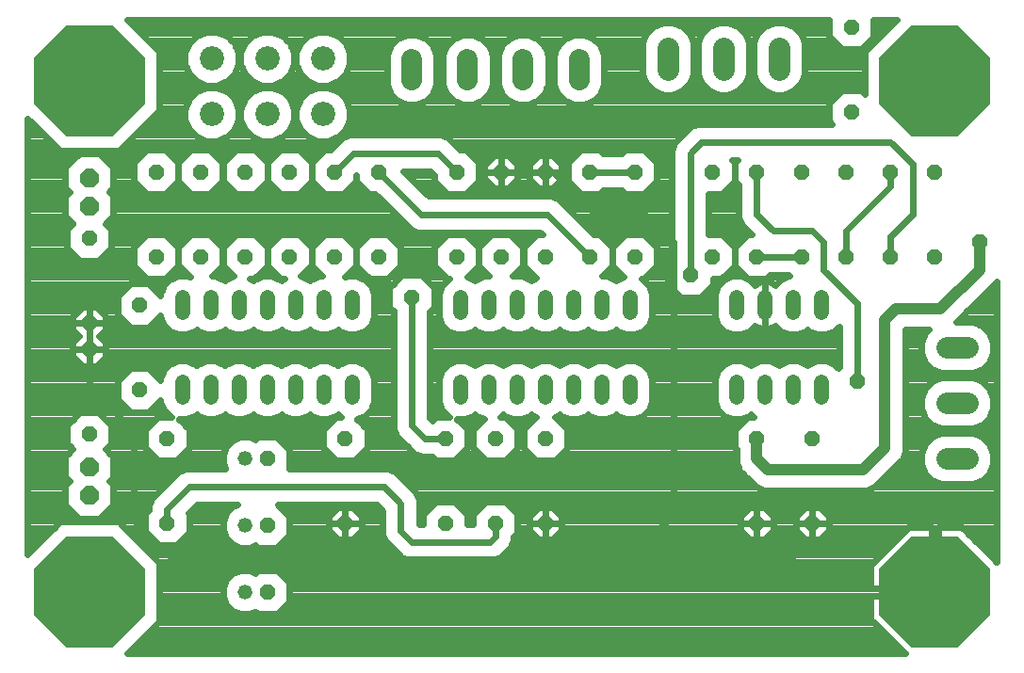
<source format=gbr>
G75*
%MOIN*%
%OFA0B0*%
%FSLAX25Y25*%
%IPPOS*%
%LPD*%
%AMOC8*
5,1,8,0,0,1.08239X$1,22.5*
%
%ADD10OC8,0.05200*%
%ADD11C,0.05200*%
%ADD12C,0.05200*%
%ADD13OC8,0.06600*%
%ADD14C,0.08600*%
%ADD15C,0.07600*%
%ADD16C,0.07200*%
%ADD17OC8,0.39370*%
%ADD18C,0.02400*%
%ADD19OC8,0.05600*%
%ADD20C,0.04000*%
D10*
X0087398Y0062003D03*
X0122894Y0061255D03*
X0150390Y0062003D03*
X0122894Y0084877D03*
X0150390Y0092003D03*
X0185823Y0092003D03*
X0203540Y0092003D03*
X0221257Y0092003D03*
X0221257Y0062003D03*
X0203540Y0062003D03*
X0185823Y0062003D03*
X0122894Y0037633D03*
X0087398Y0092003D03*
X0077556Y0109247D03*
X0059839Y0123499D03*
X0059839Y0132869D03*
X0077556Y0139247D03*
X0083461Y0156491D03*
X0099209Y0156491D03*
X0114957Y0156491D03*
X0130705Y0156491D03*
X0146453Y0156491D03*
X0162201Y0156491D03*
X0189760Y0156491D03*
X0205509Y0156491D03*
X0221257Y0156491D03*
X0237005Y0156491D03*
X0252753Y0156491D03*
X0280312Y0156491D03*
X0296060Y0156491D03*
X0311808Y0156491D03*
X0327556Y0156491D03*
X0343304Y0156491D03*
X0359052Y0156491D03*
X0359052Y0186491D03*
X0343304Y0186491D03*
X0327556Y0186491D03*
X0311808Y0186491D03*
X0296060Y0186491D03*
X0280312Y0186491D03*
X0252753Y0186491D03*
X0237005Y0186491D03*
X0221257Y0186491D03*
X0205509Y0186491D03*
X0189760Y0186491D03*
X0162201Y0186491D03*
X0146453Y0186491D03*
X0130705Y0186491D03*
X0114957Y0186491D03*
X0099209Y0186491D03*
X0083461Y0186491D03*
X0059839Y0162869D03*
X0059839Y0093499D03*
X0296060Y0092003D03*
X0315745Y0092003D03*
X0315745Y0062003D03*
X0296060Y0062003D03*
X0329524Y0207672D03*
X0329524Y0237672D03*
D11*
X0114894Y0084877D03*
X0114894Y0061255D03*
X0114894Y0037633D03*
D12*
X0112831Y0106647D02*
X0112831Y0111847D01*
X0102831Y0111847D02*
X0102831Y0106647D01*
X0092831Y0106647D02*
X0092831Y0111847D01*
X0122831Y0111847D02*
X0122831Y0106647D01*
X0132831Y0106647D02*
X0132831Y0111847D01*
X0142831Y0111847D02*
X0142831Y0106647D01*
X0152831Y0106647D02*
X0152831Y0111847D01*
X0152831Y0136647D02*
X0152831Y0141847D01*
X0142831Y0141847D02*
X0142831Y0136647D01*
X0132831Y0136647D02*
X0132831Y0141847D01*
X0122831Y0141847D02*
X0122831Y0136647D01*
X0112831Y0136647D02*
X0112831Y0141847D01*
X0102831Y0141847D02*
X0102831Y0136647D01*
X0092831Y0136647D02*
X0092831Y0141847D01*
X0191257Y0141847D02*
X0191257Y0136647D01*
X0201257Y0136647D02*
X0201257Y0141847D01*
X0211257Y0141847D02*
X0211257Y0136647D01*
X0221257Y0136647D02*
X0221257Y0141847D01*
X0231257Y0141847D02*
X0231257Y0136647D01*
X0241257Y0136647D02*
X0241257Y0141847D01*
X0251257Y0141847D02*
X0251257Y0136647D01*
X0251257Y0111847D02*
X0251257Y0106647D01*
X0241257Y0106647D02*
X0241257Y0111847D01*
X0231257Y0111847D02*
X0231257Y0106647D01*
X0221257Y0106647D02*
X0221257Y0111847D01*
X0211257Y0111847D02*
X0211257Y0106647D01*
X0201257Y0106647D02*
X0201257Y0111847D01*
X0191257Y0111847D02*
X0191257Y0106647D01*
X0288934Y0106647D02*
X0288934Y0111847D01*
X0298934Y0111847D02*
X0298934Y0106647D01*
X0308934Y0106647D02*
X0308934Y0111847D01*
X0318934Y0111847D02*
X0318934Y0106647D01*
X0318934Y0136647D02*
X0318934Y0141847D01*
X0308934Y0141847D02*
X0308934Y0136647D01*
X0298934Y0136647D02*
X0298934Y0141847D01*
X0288934Y0141847D02*
X0288934Y0136647D01*
D13*
X0059839Y0174365D03*
X0059839Y0184365D03*
X0059839Y0082003D03*
X0059839Y0072003D03*
D14*
X0103146Y0206924D03*
X0122831Y0206924D03*
X0142516Y0206924D03*
X0142516Y0226609D03*
X0122831Y0226609D03*
X0103146Y0226609D03*
D15*
X0264564Y0230409D02*
X0264564Y0222809D01*
X0284249Y0222809D02*
X0284249Y0230409D01*
X0303934Y0230409D02*
X0303934Y0222809D01*
X0363126Y0124247D02*
X0370726Y0124247D01*
X0370726Y0104562D02*
X0363126Y0104562D01*
X0363126Y0084877D02*
X0370726Y0084877D01*
D16*
X0233140Y0219072D02*
X0233140Y0226272D01*
X0213340Y0226272D02*
X0213340Y0219072D01*
X0193740Y0219072D02*
X0193740Y0226272D01*
X0173940Y0226272D02*
X0173940Y0219072D01*
D17*
X0059839Y0037633D03*
X0059839Y0218735D03*
X0359052Y0218735D03*
X0359052Y0037633D03*
D18*
X0357852Y0036458D02*
X0130694Y0036458D01*
X0130694Y0034402D02*
X0126125Y0029833D01*
X0119663Y0029833D01*
X0118721Y0030775D01*
X0116446Y0029833D01*
X0113343Y0029833D01*
X0110476Y0031021D01*
X0108282Y0033215D01*
X0107094Y0036082D01*
X0107094Y0039185D01*
X0108282Y0042051D01*
X0110476Y0044246D01*
X0113343Y0045433D01*
X0116446Y0045433D01*
X0118721Y0044491D01*
X0119663Y0045433D01*
X0126125Y0045433D01*
X0130694Y0040864D01*
X0130694Y0034402D01*
X0130351Y0034059D02*
X0336167Y0034059D01*
X0336167Y0036433D02*
X0336167Y0028154D01*
X0348447Y0015874D01*
X0073273Y0015874D01*
X0084724Y0027325D01*
X0084724Y0047941D01*
X0070147Y0062518D01*
X0049532Y0062518D01*
X0038080Y0051067D01*
X0038080Y0205302D01*
X0049532Y0193850D01*
X0070147Y0193850D01*
X0084724Y0208428D01*
X0084724Y0229043D01*
X0073273Y0240494D01*
X0321724Y0240494D01*
X0321724Y0234442D01*
X0326293Y0229872D01*
X0332755Y0229872D01*
X0337324Y0234442D01*
X0337324Y0240494D01*
X0345618Y0240494D01*
X0334167Y0229043D01*
X0334167Y0214061D01*
X0332755Y0215472D01*
X0326293Y0215472D01*
X0321724Y0210903D01*
X0321724Y0204442D01*
X0322684Y0203482D01*
X0275102Y0203482D01*
X0272749Y0202508D01*
X0268812Y0198571D01*
X0267012Y0196770D01*
X0266038Y0194418D01*
X0266038Y0154751D01*
X0264438Y0153151D01*
X0264438Y0146524D01*
X0269124Y0141838D01*
X0275751Y0141838D01*
X0280438Y0146524D01*
X0280438Y0148691D01*
X0283543Y0148691D01*
X0288112Y0153260D01*
X0288112Y0159722D01*
X0283543Y0164291D01*
X0278838Y0164291D01*
X0278838Y0178691D01*
X0283543Y0178691D01*
X0288112Y0183260D01*
X0288112Y0189722D01*
X0287152Y0190682D01*
X0289219Y0190682D01*
X0288260Y0189722D01*
X0288260Y0183260D01*
X0289660Y0181860D01*
X0289660Y0170218D01*
X0290634Y0167866D01*
X0292434Y0166066D01*
X0294209Y0164291D01*
X0292829Y0164291D01*
X0288260Y0159722D01*
X0288260Y0153260D01*
X0292829Y0148691D01*
X0299291Y0148691D01*
X0300691Y0150091D01*
X0307177Y0150091D01*
X0307621Y0149647D01*
X0307382Y0149647D01*
X0304515Y0148460D01*
X0302489Y0146433D01*
X0301974Y0146808D01*
X0301160Y0147222D01*
X0300292Y0147504D01*
X0299390Y0147647D01*
X0298934Y0147647D01*
X0298934Y0139247D01*
X0298934Y0130847D01*
X0299390Y0130847D01*
X0300292Y0130990D01*
X0301160Y0131272D01*
X0301974Y0131687D01*
X0302489Y0132061D01*
X0304515Y0130035D01*
X0307382Y0128847D01*
X0310485Y0128847D01*
X0313352Y0130035D01*
X0313934Y0130616D01*
X0314515Y0130035D01*
X0317382Y0128847D01*
X0320485Y0128847D01*
X0323352Y0130035D01*
X0325093Y0131775D01*
X0325093Y0117350D01*
X0324777Y0117034D01*
X0323352Y0118460D01*
X0320485Y0119647D01*
X0317382Y0119647D01*
X0314515Y0118460D01*
X0313934Y0117878D01*
X0313352Y0118460D01*
X0310485Y0119647D01*
X0307382Y0119647D01*
X0304515Y0118460D01*
X0303934Y0117878D01*
X0303352Y0118460D01*
X0300485Y0119647D01*
X0297382Y0119647D01*
X0294515Y0118460D01*
X0293934Y0117878D01*
X0293352Y0118460D01*
X0290485Y0119647D01*
X0287382Y0119647D01*
X0284515Y0118460D01*
X0282321Y0116266D01*
X0281134Y0113399D01*
X0281134Y0105096D01*
X0282321Y0102229D01*
X0284515Y0100035D01*
X0287382Y0098847D01*
X0290485Y0098847D01*
X0293352Y0100035D01*
X0293934Y0100616D01*
X0294515Y0100035D01*
X0295074Y0099803D01*
X0292829Y0099803D01*
X0288260Y0095234D01*
X0288260Y0088772D01*
X0288860Y0088172D01*
X0288860Y0083445D01*
X0289956Y0080799D01*
X0291981Y0078773D01*
X0295918Y0074836D01*
X0298565Y0073740D01*
X0334893Y0073740D01*
X0337540Y0074836D01*
X0339565Y0076862D01*
X0347439Y0084736D01*
X0348535Y0087382D01*
X0348535Y0130827D01*
X0356977Y0130827D01*
X0355496Y0129345D01*
X0354126Y0126037D01*
X0354126Y0122457D01*
X0355496Y0119149D01*
X0358028Y0116617D01*
X0361336Y0115247D01*
X0372516Y0115247D01*
X0375824Y0116617D01*
X0378356Y0119149D01*
X0379726Y0122457D01*
X0379726Y0126037D01*
X0378356Y0129345D01*
X0375824Y0131877D01*
X0372516Y0133247D01*
X0366423Y0133247D01*
X0367124Y0133948D01*
X0380811Y0147635D01*
X0380811Y0048238D01*
X0368531Y0060518D01*
X0360252Y0060518D01*
X0360252Y0038833D01*
X0357852Y0038833D01*
X0357852Y0060518D01*
X0349573Y0060518D01*
X0336167Y0047112D01*
X0336167Y0038833D01*
X0357852Y0038833D01*
X0357852Y0036433D01*
X0336167Y0036433D01*
X0336167Y0038856D02*
X0130694Y0038856D01*
X0130304Y0041255D02*
X0336167Y0041255D01*
X0336167Y0043653D02*
X0127905Y0043653D01*
X0126125Y0053455D02*
X0119663Y0053455D01*
X0118721Y0054398D01*
X0116446Y0053455D01*
X0113343Y0053455D01*
X0110476Y0054643D01*
X0108282Y0056837D01*
X0107094Y0059704D01*
X0107094Y0062807D01*
X0108282Y0065673D01*
X0110476Y0067868D01*
X0112328Y0068635D01*
X0097923Y0068635D01*
X0094860Y0065572D01*
X0095198Y0065234D01*
X0095198Y0058772D01*
X0090629Y0054203D01*
X0084167Y0054203D01*
X0079598Y0058772D01*
X0079598Y0065234D01*
X0080998Y0066634D01*
X0080998Y0068434D01*
X0081973Y0070786D01*
X0083773Y0072586D01*
X0091647Y0080460D01*
X0093999Y0081435D01*
X0107878Y0081435D01*
X0107094Y0083326D01*
X0107094Y0086429D01*
X0108282Y0089296D01*
X0110476Y0091490D01*
X0113343Y0092677D01*
X0116446Y0092677D01*
X0118721Y0091735D01*
X0119663Y0092677D01*
X0126125Y0092677D01*
X0130694Y0088108D01*
X0130694Y0081646D01*
X0130483Y0081435D01*
X0165443Y0081435D01*
X0167795Y0080460D01*
X0169596Y0078660D01*
X0175501Y0072754D01*
X0176475Y0070402D01*
X0176475Y0061938D01*
X0176663Y0061750D01*
X0178023Y0061750D01*
X0178023Y0065234D01*
X0182593Y0069803D01*
X0189054Y0069803D01*
X0193623Y0065234D01*
X0193623Y0061750D01*
X0195740Y0061750D01*
X0195740Y0065234D01*
X0200309Y0069803D01*
X0206771Y0069803D01*
X0211340Y0065234D01*
X0211340Y0058772D01*
X0209940Y0057372D01*
X0209940Y0056045D01*
X0208966Y0053693D01*
X0206997Y0051724D01*
X0205197Y0049924D01*
X0202845Y0048950D01*
X0172739Y0048950D01*
X0170387Y0049924D01*
X0166450Y0053861D01*
X0164650Y0055661D01*
X0163675Y0058014D01*
X0163675Y0066478D01*
X0161519Y0068635D01*
X0126546Y0068635D01*
X0130694Y0064486D01*
X0130694Y0058024D01*
X0126125Y0053455D01*
X0128316Y0055646D02*
X0164665Y0055646D01*
X0163675Y0058044D02*
X0154634Y0058044D01*
X0156190Y0059601D02*
X0152793Y0056203D01*
X0150390Y0056203D01*
X0150390Y0062003D01*
X0144590Y0062003D01*
X0144590Y0059601D01*
X0147988Y0056203D01*
X0150390Y0056203D01*
X0150390Y0062003D01*
X0150390Y0062003D01*
X0144590Y0062003D01*
X0144590Y0064406D01*
X0147988Y0067803D01*
X0150390Y0067803D01*
X0150390Y0062003D01*
X0150390Y0062003D01*
X0150390Y0062003D01*
X0150390Y0055350D01*
X0144485Y0049444D01*
X0215351Y0049444D01*
X0221257Y0055350D01*
X0221257Y0062003D01*
X0221257Y0062003D01*
X0227057Y0062003D01*
X0227057Y0059601D01*
X0223659Y0056203D01*
X0221257Y0056203D01*
X0221257Y0062003D01*
X0227057Y0062003D01*
X0227057Y0064406D01*
X0223659Y0067803D01*
X0221257Y0067803D01*
X0221257Y0062003D01*
X0221256Y0062003D01*
X0215457Y0062003D01*
X0215457Y0059601D01*
X0218854Y0056203D01*
X0221256Y0056203D01*
X0221256Y0062003D01*
X0221256Y0062003D01*
X0215457Y0062003D01*
X0215457Y0064406D01*
X0218854Y0067803D01*
X0221256Y0067803D01*
X0221256Y0062003D01*
X0221257Y0062003D01*
X0221256Y0062841D02*
X0221257Y0062841D01*
X0221256Y0060443D02*
X0221257Y0060443D01*
X0221256Y0058044D02*
X0221257Y0058044D01*
X0225500Y0058044D02*
X0291816Y0058044D01*
X0290260Y0059601D02*
X0293657Y0056203D01*
X0296060Y0056203D01*
X0298462Y0056203D01*
X0301860Y0059601D01*
X0301860Y0062003D01*
X0296060Y0062003D01*
X0296060Y0062003D01*
X0296060Y0056203D01*
X0296060Y0062003D01*
X0296060Y0062003D01*
X0301860Y0062003D01*
X0301860Y0064406D01*
X0298462Y0067803D01*
X0296060Y0067803D01*
X0296060Y0062003D01*
X0296060Y0055350D01*
X0290154Y0049444D01*
X0250784Y0049444D01*
X0266532Y0065192D01*
X0266532Y0161649D01*
X0256690Y0171491D01*
X0238973Y0171491D01*
X0223973Y0186491D01*
X0221257Y0186491D01*
X0221257Y0186491D01*
X0227057Y0186491D01*
X0227057Y0184089D01*
X0223659Y0180691D01*
X0221257Y0180691D01*
X0221257Y0186491D01*
X0221256Y0186491D01*
X0215457Y0186491D01*
X0215457Y0184089D01*
X0218854Y0180691D01*
X0221256Y0180691D01*
X0221256Y0186491D01*
X0221256Y0186491D01*
X0215457Y0186491D01*
X0215457Y0188894D01*
X0218854Y0192291D01*
X0221256Y0192291D01*
X0221256Y0186491D01*
X0221257Y0186491D02*
X0205509Y0186491D01*
X0205509Y0186491D01*
X0211309Y0186491D01*
X0211309Y0184089D01*
X0207911Y0180691D01*
X0205509Y0180691D01*
X0205509Y0186491D01*
X0205508Y0186491D01*
X0199709Y0186491D01*
X0199709Y0184089D01*
X0203106Y0180691D01*
X0205508Y0180691D01*
X0205508Y0186491D01*
X0205508Y0186491D01*
X0199709Y0186491D01*
X0199709Y0188894D01*
X0203106Y0192291D01*
X0205508Y0192291D01*
X0205508Y0186491D01*
X0205509Y0186491D01*
X0211309Y0186491D01*
X0211309Y0188894D01*
X0207911Y0192291D01*
X0205509Y0192291D01*
X0205509Y0186491D01*
X0205508Y0187564D02*
X0205509Y0187564D01*
X0205508Y0189962D02*
X0205509Y0189962D01*
X0210240Y0189962D02*
X0216525Y0189962D01*
X0215457Y0187564D02*
X0211309Y0187564D01*
X0211309Y0185165D02*
X0215457Y0185165D01*
X0216779Y0182767D02*
X0209986Y0182767D01*
X0205509Y0182767D02*
X0205508Y0182767D01*
X0205508Y0185165D02*
X0205509Y0185165D01*
X0201031Y0182767D02*
X0197067Y0182767D01*
X0197560Y0183260D02*
X0192991Y0178691D01*
X0186530Y0178691D01*
X0181960Y0183260D01*
X0181960Y0185240D01*
X0180456Y0186745D01*
X0170999Y0186745D01*
X0179852Y0177891D01*
X0223278Y0177891D01*
X0225630Y0176917D01*
X0238256Y0164291D01*
X0240235Y0164291D01*
X0244805Y0159722D01*
X0244805Y0153260D01*
X0241191Y0149647D01*
X0242808Y0149647D01*
X0245675Y0148460D01*
X0246257Y0147878D01*
X0246838Y0148460D01*
X0248900Y0149314D01*
X0244953Y0153260D01*
X0244953Y0159722D01*
X0249522Y0164291D01*
X0255983Y0164291D01*
X0260553Y0159722D01*
X0260553Y0153260D01*
X0255983Y0148691D01*
X0255116Y0148691D01*
X0255675Y0148460D01*
X0257869Y0146266D01*
X0259057Y0143399D01*
X0259057Y0135096D01*
X0257869Y0132229D01*
X0255675Y0130035D01*
X0252808Y0128847D01*
X0249705Y0128847D01*
X0246838Y0130035D01*
X0246257Y0130616D01*
X0245675Y0130035D01*
X0242808Y0128847D01*
X0239705Y0128847D01*
X0236838Y0130035D01*
X0236257Y0130616D01*
X0235675Y0130035D01*
X0232808Y0128847D01*
X0229705Y0128847D01*
X0226838Y0130035D01*
X0226257Y0130616D01*
X0225675Y0130035D01*
X0222808Y0128847D01*
X0219705Y0128847D01*
X0216838Y0130035D01*
X0216257Y0130616D01*
X0215675Y0130035D01*
X0212808Y0128847D01*
X0209705Y0128847D01*
X0206838Y0130035D01*
X0206257Y0130616D01*
X0205675Y0130035D01*
X0202808Y0128847D01*
X0199705Y0128847D01*
X0196838Y0130035D01*
X0196257Y0130616D01*
X0195675Y0130035D01*
X0192808Y0128847D01*
X0189705Y0128847D01*
X0186838Y0130035D01*
X0184644Y0132229D01*
X0183457Y0135096D01*
X0183457Y0143399D01*
X0184644Y0146266D01*
X0186838Y0148460D01*
X0187397Y0148691D01*
X0186530Y0148691D01*
X0181960Y0153260D01*
X0181960Y0159722D01*
X0186530Y0164291D01*
X0192991Y0164291D01*
X0197560Y0159722D01*
X0197560Y0153260D01*
X0193614Y0149314D01*
X0195675Y0148460D01*
X0196257Y0147878D01*
X0196838Y0148460D01*
X0199705Y0149647D01*
X0201322Y0149647D01*
X0197709Y0153260D01*
X0197709Y0159722D01*
X0202278Y0164291D01*
X0208739Y0164291D01*
X0213309Y0159722D01*
X0213309Y0153260D01*
X0209688Y0149640D01*
X0209705Y0149647D01*
X0212808Y0149647D01*
X0215675Y0148460D01*
X0216257Y0147878D01*
X0216838Y0148460D01*
X0217842Y0148875D01*
X0213457Y0153260D01*
X0213457Y0159722D01*
X0218026Y0164291D01*
X0220154Y0164291D01*
X0219354Y0165091D01*
X0175928Y0165091D01*
X0173576Y0166066D01*
X0171776Y0167866D01*
X0171776Y0167866D01*
X0160950Y0178691D01*
X0158971Y0178691D01*
X0154401Y0183260D01*
X0154401Y0185388D01*
X0154253Y0185240D01*
X0154253Y0183260D01*
X0149684Y0178691D01*
X0143223Y0178691D01*
X0138653Y0183260D01*
X0138653Y0189722D01*
X0143223Y0194291D01*
X0145202Y0194291D01*
X0147681Y0196770D01*
X0149482Y0198571D01*
X0151834Y0199545D01*
X0184380Y0199545D01*
X0186732Y0198571D01*
X0191011Y0194291D01*
X0192991Y0194291D01*
X0197560Y0189722D01*
X0197560Y0183260D01*
X0197560Y0185165D02*
X0199709Y0185165D01*
X0199709Y0187564D02*
X0197560Y0187564D01*
X0197320Y0189962D02*
X0200777Y0189962D01*
X0194922Y0192361D02*
X0231843Y0192361D01*
X0233774Y0194291D02*
X0229205Y0189722D01*
X0229205Y0183260D01*
X0233774Y0178691D01*
X0240235Y0178691D01*
X0241635Y0180091D01*
X0248122Y0180091D01*
X0249522Y0178691D01*
X0255983Y0178691D01*
X0260553Y0183260D01*
X0260553Y0189722D01*
X0255983Y0194291D01*
X0249522Y0194291D01*
X0248122Y0192891D01*
X0241635Y0192891D01*
X0240235Y0194291D01*
X0233774Y0194291D01*
X0229445Y0189962D02*
X0225988Y0189962D01*
X0227057Y0188894D02*
X0223659Y0192291D01*
X0221257Y0192291D01*
X0221257Y0186491D01*
X0227057Y0186491D01*
X0227057Y0188894D01*
X0227057Y0187564D02*
X0229205Y0187564D01*
X0229205Y0185165D02*
X0227057Y0185165D01*
X0225734Y0182767D02*
X0229698Y0182767D01*
X0232097Y0180368D02*
X0194668Y0180368D01*
X0189760Y0186491D02*
X0183107Y0193145D01*
X0153107Y0193145D01*
X0146453Y0186491D01*
X0141292Y0192361D02*
X0135867Y0192361D01*
X0133936Y0194291D02*
X0138505Y0189722D01*
X0138505Y0183260D01*
X0133936Y0178691D01*
X0127475Y0178691D01*
X0122905Y0183260D01*
X0122905Y0189722D01*
X0127475Y0194291D01*
X0133936Y0194291D01*
X0138265Y0189962D02*
X0138894Y0189962D01*
X0138653Y0187564D02*
X0138505Y0187564D01*
X0138505Y0185165D02*
X0138653Y0185165D01*
X0139147Y0182767D02*
X0138012Y0182767D01*
X0135613Y0180368D02*
X0141546Y0180368D01*
X0151361Y0180368D02*
X0157294Y0180368D01*
X0154895Y0182767D02*
X0153760Y0182767D01*
X0154253Y0185165D02*
X0154401Y0185165D01*
X0162201Y0186491D02*
X0177201Y0171491D01*
X0222005Y0171491D01*
X0237005Y0156491D01*
X0244805Y0156383D02*
X0244953Y0156383D01*
X0244953Y0153985D02*
X0244805Y0153985D01*
X0243130Y0151586D02*
X0246627Y0151586D01*
X0248596Y0149188D02*
X0243918Y0149188D01*
X0244805Y0158782D02*
X0244953Y0158782D01*
X0246411Y0161180D02*
X0243347Y0161180D01*
X0240948Y0163579D02*
X0248809Y0163579D01*
X0256696Y0163579D02*
X0266038Y0163579D01*
X0266038Y0165977D02*
X0236570Y0165977D01*
X0234171Y0168376D02*
X0266038Y0168376D01*
X0266038Y0170774D02*
X0231773Y0170774D01*
X0229374Y0173173D02*
X0266038Y0173173D01*
X0266038Y0175571D02*
X0226976Y0175571D01*
X0221257Y0182767D02*
X0221256Y0182767D01*
X0221256Y0185165D02*
X0221257Y0185165D01*
X0221257Y0186491D02*
X0221256Y0186491D01*
X0221256Y0187564D02*
X0221257Y0187564D01*
X0221256Y0189962D02*
X0221257Y0189962D01*
X0237005Y0186491D02*
X0252753Y0186491D01*
X0257914Y0192361D02*
X0266038Y0192361D01*
X0266038Y0189962D02*
X0260312Y0189962D01*
X0260553Y0187564D02*
X0266038Y0187564D01*
X0266038Y0185165D02*
X0260553Y0185165D01*
X0260059Y0182767D02*
X0266038Y0182767D01*
X0266038Y0180368D02*
X0257660Y0180368D01*
X0266038Y0177970D02*
X0179774Y0177970D01*
X0177375Y0180368D02*
X0184853Y0180368D01*
X0182454Y0182767D02*
X0174977Y0182767D01*
X0172578Y0185165D02*
X0181960Y0185165D01*
X0190543Y0194759D02*
X0266179Y0194759D01*
X0267400Y0197158D02*
X0188145Y0197158D01*
X0191990Y0210272D02*
X0195490Y0210272D01*
X0198725Y0211612D01*
X0201200Y0214088D01*
X0202540Y0217322D01*
X0202540Y0228023D01*
X0201200Y0231257D01*
X0198725Y0233733D01*
X0195490Y0235072D01*
X0191990Y0235072D01*
X0188755Y0233733D01*
X0186280Y0231257D01*
X0184940Y0228023D01*
X0184940Y0217322D01*
X0186280Y0214088D01*
X0188755Y0211612D01*
X0191990Y0210272D01*
X0188908Y0211549D02*
X0178772Y0211549D01*
X0178925Y0211612D02*
X0181400Y0214088D01*
X0182740Y0217322D01*
X0182740Y0228023D01*
X0181400Y0231257D01*
X0178925Y0233733D01*
X0175690Y0235072D01*
X0172190Y0235072D01*
X0168955Y0233733D01*
X0166480Y0231257D01*
X0165140Y0228023D01*
X0165140Y0217322D01*
X0166480Y0214088D01*
X0168955Y0211612D01*
X0172190Y0210272D01*
X0175690Y0210272D01*
X0178925Y0211612D01*
X0181260Y0213947D02*
X0186420Y0213947D01*
X0185344Y0216346D02*
X0182336Y0216346D01*
X0182740Y0218745D02*
X0184940Y0218745D01*
X0184940Y0221143D02*
X0182740Y0221143D01*
X0182740Y0223542D02*
X0184940Y0223542D01*
X0184940Y0225940D02*
X0182740Y0225940D01*
X0182609Y0228339D02*
X0185071Y0228339D01*
X0186064Y0230737D02*
X0181616Y0230737D01*
X0179522Y0233136D02*
X0188158Y0233136D01*
X0199322Y0233136D02*
X0207758Y0233136D01*
X0208355Y0233733D02*
X0205880Y0231257D01*
X0204540Y0228023D01*
X0204540Y0217322D01*
X0205880Y0214088D01*
X0208355Y0211612D01*
X0211590Y0210272D01*
X0215090Y0210272D01*
X0218325Y0211612D01*
X0220800Y0214088D01*
X0222140Y0217322D01*
X0222140Y0228023D01*
X0220800Y0231257D01*
X0218325Y0233733D01*
X0215090Y0235072D01*
X0211590Y0235072D01*
X0208355Y0233733D01*
X0205664Y0230737D02*
X0201416Y0230737D01*
X0202409Y0228339D02*
X0204671Y0228339D01*
X0204540Y0225940D02*
X0202540Y0225940D01*
X0202540Y0223542D02*
X0204540Y0223542D01*
X0204540Y0221143D02*
X0202540Y0221143D01*
X0202540Y0218745D02*
X0204540Y0218745D01*
X0204944Y0216346D02*
X0202136Y0216346D01*
X0201060Y0213947D02*
X0206020Y0213947D01*
X0208508Y0211549D02*
X0198572Y0211549D01*
X0218172Y0211549D02*
X0228308Y0211549D01*
X0228155Y0211612D02*
X0231390Y0210272D01*
X0234890Y0210272D01*
X0238125Y0211612D01*
X0240600Y0214088D01*
X0241940Y0217322D01*
X0241940Y0228023D01*
X0240600Y0231257D01*
X0238125Y0233733D01*
X0234890Y0235072D01*
X0231390Y0235072D01*
X0228155Y0233733D01*
X0225680Y0231257D01*
X0224340Y0228023D01*
X0224340Y0217322D01*
X0225680Y0214088D01*
X0228155Y0211612D01*
X0225820Y0213947D02*
X0220660Y0213947D01*
X0221736Y0216346D02*
X0224744Y0216346D01*
X0224340Y0218745D02*
X0222140Y0218745D01*
X0222140Y0221143D02*
X0224340Y0221143D01*
X0224340Y0223542D02*
X0222140Y0223542D01*
X0222140Y0225940D02*
X0224340Y0225940D01*
X0224471Y0228339D02*
X0222009Y0228339D01*
X0221016Y0230737D02*
X0225464Y0230737D01*
X0227558Y0233136D02*
X0218922Y0233136D01*
X0238722Y0233136D02*
X0255951Y0233136D01*
X0255564Y0232200D02*
X0255564Y0221019D01*
X0256934Y0217711D01*
X0259466Y0215180D01*
X0262773Y0213809D01*
X0266354Y0213809D01*
X0269662Y0215180D01*
X0272193Y0217711D01*
X0273564Y0221019D01*
X0273564Y0232200D01*
X0272193Y0235508D01*
X0269662Y0238039D01*
X0266354Y0239409D01*
X0262773Y0239409D01*
X0259466Y0238039D01*
X0256934Y0235508D01*
X0255564Y0232200D01*
X0255564Y0230737D02*
X0240816Y0230737D01*
X0241809Y0228339D02*
X0255564Y0228339D01*
X0255564Y0225940D02*
X0241940Y0225940D01*
X0241940Y0223542D02*
X0255564Y0223542D01*
X0255564Y0221143D02*
X0241940Y0221143D01*
X0241940Y0218745D02*
X0256506Y0218745D01*
X0258299Y0216346D02*
X0241536Y0216346D01*
X0240460Y0213947D02*
X0262440Y0213947D01*
X0266687Y0213947D02*
X0282125Y0213947D01*
X0282458Y0213809D02*
X0286039Y0213809D01*
X0289347Y0215180D01*
X0291879Y0217711D01*
X0293249Y0221019D01*
X0293249Y0232200D01*
X0291879Y0235508D01*
X0289347Y0238039D01*
X0286039Y0239409D01*
X0282458Y0239409D01*
X0279151Y0238039D01*
X0276619Y0235508D01*
X0275249Y0232200D01*
X0275249Y0221019D01*
X0276619Y0217711D01*
X0279151Y0215180D01*
X0282458Y0213809D01*
X0286372Y0213947D02*
X0301810Y0213947D01*
X0302144Y0213809D02*
X0305724Y0213809D01*
X0309032Y0215180D01*
X0311564Y0217711D01*
X0312934Y0221019D01*
X0312934Y0232200D01*
X0311564Y0235508D01*
X0309032Y0238039D01*
X0305724Y0239409D01*
X0302144Y0239409D01*
X0298836Y0238039D01*
X0296304Y0235508D01*
X0294934Y0232200D01*
X0294934Y0221019D01*
X0296304Y0217711D01*
X0298836Y0215180D01*
X0302144Y0213809D01*
X0306057Y0213947D02*
X0324768Y0213947D01*
X0322370Y0211549D02*
X0237972Y0211549D01*
X0269798Y0199556D02*
X0148583Y0199556D01*
X0147898Y0198871D02*
X0150570Y0201543D01*
X0152016Y0205035D01*
X0152016Y0208814D01*
X0150570Y0212306D01*
X0147898Y0214978D01*
X0144406Y0216424D01*
X0140627Y0216424D01*
X0137135Y0214978D01*
X0134463Y0212306D01*
X0133016Y0208814D01*
X0133016Y0205035D01*
X0134463Y0201543D01*
X0137135Y0198871D01*
X0140627Y0197424D01*
X0144406Y0197424D01*
X0147898Y0198871D01*
X0148069Y0197158D02*
X0073454Y0197158D01*
X0071056Y0194759D02*
X0145670Y0194759D01*
X0136449Y0199556D02*
X0128898Y0199556D01*
X0128213Y0198871D02*
X0130885Y0201543D01*
X0132331Y0205035D01*
X0132331Y0208814D01*
X0130885Y0212306D01*
X0128213Y0214978D01*
X0124721Y0216424D01*
X0120942Y0216424D01*
X0117450Y0214978D01*
X0114778Y0212306D01*
X0113331Y0208814D01*
X0113331Y0205035D01*
X0114778Y0201543D01*
X0117450Y0198871D01*
X0120942Y0197424D01*
X0124721Y0197424D01*
X0128213Y0198871D01*
X0131056Y0201955D02*
X0134292Y0201955D01*
X0133299Y0204353D02*
X0132049Y0204353D01*
X0132331Y0206752D02*
X0133016Y0206752D01*
X0133156Y0209150D02*
X0132192Y0209150D01*
X0131199Y0211549D02*
X0134149Y0211549D01*
X0136104Y0213947D02*
X0129243Y0213947D01*
X0128213Y0218556D02*
X0124721Y0217109D01*
X0120942Y0217109D01*
X0117450Y0218556D01*
X0114778Y0221228D01*
X0113331Y0224720D01*
X0113331Y0228499D01*
X0114778Y0231991D01*
X0117450Y0234663D01*
X0120942Y0236109D01*
X0124721Y0236109D01*
X0128213Y0234663D01*
X0130885Y0231991D01*
X0132331Y0228499D01*
X0132331Y0224720D01*
X0130885Y0221228D01*
X0128213Y0218556D01*
X0128401Y0218745D02*
X0136946Y0218745D01*
X0137135Y0218556D02*
X0140627Y0217109D01*
X0144406Y0217109D01*
X0147898Y0218556D01*
X0150570Y0221228D01*
X0152016Y0224720D01*
X0152016Y0228499D01*
X0150570Y0231991D01*
X0147898Y0234663D01*
X0144406Y0236109D01*
X0140627Y0236109D01*
X0137135Y0234663D01*
X0134463Y0231991D01*
X0133016Y0228499D01*
X0133016Y0224720D01*
X0134463Y0221228D01*
X0137135Y0218556D01*
X0134548Y0221143D02*
X0130800Y0221143D01*
X0131843Y0223542D02*
X0133504Y0223542D01*
X0133016Y0225940D02*
X0132331Y0225940D01*
X0132331Y0228339D02*
X0133016Y0228339D01*
X0133943Y0230737D02*
X0131404Y0230737D01*
X0129740Y0233136D02*
X0135607Y0233136D01*
X0139238Y0235534D02*
X0126110Y0235534D01*
X0119553Y0235534D02*
X0106425Y0235534D01*
X0105036Y0236109D02*
X0108528Y0234663D01*
X0111200Y0231991D01*
X0112646Y0228499D01*
X0112646Y0224720D01*
X0111200Y0221228D01*
X0108528Y0218556D01*
X0105036Y0217109D01*
X0101257Y0217109D01*
X0097765Y0218556D01*
X0095093Y0221228D01*
X0093646Y0224720D01*
X0093646Y0228499D01*
X0095093Y0231991D01*
X0097765Y0234663D01*
X0101257Y0236109D01*
X0105036Y0236109D01*
X0099868Y0235534D02*
X0078233Y0235534D01*
X0075835Y0237933D02*
X0259359Y0237933D01*
X0256960Y0235534D02*
X0145795Y0235534D01*
X0149425Y0233136D02*
X0168358Y0233136D01*
X0166264Y0230737D02*
X0151089Y0230737D01*
X0152016Y0228339D02*
X0165271Y0228339D01*
X0165140Y0225940D02*
X0152016Y0225940D01*
X0151528Y0223542D02*
X0165140Y0223542D01*
X0165140Y0221143D02*
X0150485Y0221143D01*
X0148086Y0218745D02*
X0165140Y0218745D01*
X0165544Y0216346D02*
X0144595Y0216346D01*
X0140437Y0216346D02*
X0124910Y0216346D01*
X0120752Y0216346D02*
X0105225Y0216346D01*
X0105036Y0216424D02*
X0101257Y0216424D01*
X0097765Y0214978D01*
X0095093Y0212306D01*
X0093646Y0208814D01*
X0093646Y0205035D01*
X0095093Y0201543D01*
X0097765Y0198871D01*
X0101257Y0197424D01*
X0105036Y0197424D01*
X0108528Y0198871D01*
X0111200Y0201543D01*
X0112646Y0205035D01*
X0112646Y0208814D01*
X0111200Y0212306D01*
X0108528Y0214978D01*
X0105036Y0216424D01*
X0101067Y0216346D02*
X0084724Y0216346D01*
X0084724Y0218745D02*
X0097576Y0218745D01*
X0095178Y0221143D02*
X0084724Y0221143D01*
X0084724Y0223542D02*
X0094134Y0223542D01*
X0093646Y0225940D02*
X0084724Y0225940D01*
X0084724Y0228339D02*
X0093646Y0228339D01*
X0094573Y0230737D02*
X0083030Y0230737D01*
X0080632Y0233136D02*
X0096237Y0233136D01*
X0110055Y0233136D02*
X0115922Y0233136D01*
X0114258Y0230737D02*
X0111719Y0230737D01*
X0112646Y0228339D02*
X0113331Y0228339D01*
X0113331Y0225940D02*
X0112646Y0225940D01*
X0112158Y0223542D02*
X0113819Y0223542D01*
X0114863Y0221143D02*
X0111115Y0221143D01*
X0108716Y0218745D02*
X0117261Y0218745D01*
X0116419Y0213947D02*
X0109558Y0213947D01*
X0111513Y0211549D02*
X0114464Y0211549D01*
X0113471Y0209150D02*
X0112507Y0209150D01*
X0112646Y0206752D02*
X0113331Y0206752D01*
X0113614Y0204353D02*
X0112364Y0204353D01*
X0111371Y0201955D02*
X0114607Y0201955D01*
X0116764Y0199556D02*
X0109213Y0199556D01*
X0111726Y0194291D02*
X0107157Y0189722D01*
X0107157Y0183260D01*
X0111726Y0178691D01*
X0118188Y0178691D01*
X0122757Y0183260D01*
X0122757Y0189722D01*
X0118188Y0194291D01*
X0111726Y0194291D01*
X0109796Y0192361D02*
X0104371Y0192361D01*
X0102440Y0194291D02*
X0095978Y0194291D01*
X0091409Y0189722D01*
X0091409Y0183260D01*
X0095978Y0178691D01*
X0102440Y0178691D01*
X0107009Y0183260D01*
X0107009Y0189722D01*
X0102440Y0194291D01*
X0106769Y0189962D02*
X0107398Y0189962D01*
X0107157Y0187564D02*
X0107009Y0187564D01*
X0107009Y0185165D02*
X0107157Y0185165D01*
X0107651Y0182767D02*
X0106516Y0182767D01*
X0104117Y0180368D02*
X0110049Y0180368D01*
X0119865Y0180368D02*
X0125798Y0180368D01*
X0123399Y0182767D02*
X0122264Y0182767D01*
X0122757Y0185165D02*
X0122905Y0185165D01*
X0122905Y0187564D02*
X0122757Y0187564D01*
X0122517Y0189962D02*
X0123146Y0189962D01*
X0125544Y0192361D02*
X0120119Y0192361D01*
X0097079Y0199556D02*
X0075853Y0199556D01*
X0078251Y0201955D02*
X0094922Y0201955D01*
X0093929Y0204353D02*
X0080650Y0204353D01*
X0083048Y0206752D02*
X0093646Y0206752D01*
X0093786Y0209150D02*
X0084724Y0209150D01*
X0084724Y0211549D02*
X0094779Y0211549D01*
X0096734Y0213947D02*
X0084724Y0213947D01*
X0086692Y0194291D02*
X0080230Y0194291D01*
X0075661Y0189722D01*
X0075661Y0183260D01*
X0080230Y0178691D01*
X0086692Y0178691D01*
X0091261Y0183260D01*
X0091261Y0189722D01*
X0086692Y0194291D01*
X0088623Y0192361D02*
X0094048Y0192361D01*
X0091649Y0189962D02*
X0091021Y0189962D01*
X0091261Y0187564D02*
X0091409Y0187564D01*
X0091409Y0185165D02*
X0091261Y0185165D01*
X0090768Y0182767D02*
X0091903Y0182767D01*
X0094301Y0180368D02*
X0088369Y0180368D01*
X0078553Y0180368D02*
X0067863Y0180368D01*
X0068339Y0180845D02*
X0066860Y0179365D01*
X0068339Y0177886D01*
X0068339Y0170845D01*
X0065617Y0168122D01*
X0067639Y0166100D01*
X0067639Y0159638D01*
X0063070Y0155069D01*
X0056608Y0155069D01*
X0052039Y0159638D01*
X0052039Y0166100D01*
X0054061Y0168122D01*
X0051339Y0170845D01*
X0051339Y0177886D01*
X0052818Y0179365D01*
X0051339Y0180845D01*
X0051339Y0187886D01*
X0056318Y0192865D01*
X0063360Y0192865D01*
X0068339Y0187886D01*
X0068339Y0180845D01*
X0068339Y0182767D02*
X0076155Y0182767D01*
X0075661Y0185165D02*
X0068339Y0185165D01*
X0068339Y0187564D02*
X0075661Y0187564D01*
X0075901Y0189962D02*
X0066263Y0189962D01*
X0063865Y0192361D02*
X0078300Y0192361D01*
X0068256Y0177970D02*
X0161672Y0177970D01*
X0164071Y0175571D02*
X0068339Y0175571D01*
X0068339Y0173173D02*
X0166469Y0173173D01*
X0168868Y0170774D02*
X0068269Y0170774D01*
X0065870Y0168376D02*
X0171266Y0168376D01*
X0173790Y0165977D02*
X0067639Y0165977D01*
X0067639Y0163579D02*
X0079518Y0163579D01*
X0080230Y0164291D02*
X0075661Y0159722D01*
X0075661Y0153260D01*
X0080230Y0148691D01*
X0086692Y0148691D01*
X0091261Y0153260D01*
X0091261Y0159722D01*
X0086692Y0164291D01*
X0080230Y0164291D01*
X0077119Y0161180D02*
X0067639Y0161180D01*
X0066783Y0158782D02*
X0075661Y0158782D01*
X0075661Y0156383D02*
X0064384Y0156383D01*
X0055294Y0156383D02*
X0038080Y0156383D01*
X0038080Y0153985D02*
X0075661Y0153985D01*
X0077336Y0151586D02*
X0038080Y0151586D01*
X0038080Y0149188D02*
X0079734Y0149188D01*
X0080787Y0147047D02*
X0074325Y0147047D01*
X0069756Y0142478D01*
X0069756Y0136016D01*
X0074325Y0131447D01*
X0080787Y0131447D01*
X0085031Y0135692D01*
X0085031Y0135096D01*
X0086219Y0132229D01*
X0088413Y0130035D01*
X0091280Y0128847D01*
X0094383Y0128847D01*
X0097250Y0130035D01*
X0097831Y0130616D01*
X0098413Y0130035D01*
X0101280Y0128847D01*
X0104383Y0128847D01*
X0107250Y0130035D01*
X0107831Y0130616D01*
X0108413Y0130035D01*
X0111280Y0128847D01*
X0114383Y0128847D01*
X0117250Y0130035D01*
X0117831Y0130616D01*
X0118413Y0130035D01*
X0121280Y0128847D01*
X0124383Y0128847D01*
X0127250Y0130035D01*
X0127831Y0130616D01*
X0128413Y0130035D01*
X0131280Y0128847D01*
X0134383Y0128847D01*
X0137250Y0130035D01*
X0137831Y0130616D01*
X0138413Y0130035D01*
X0141280Y0128847D01*
X0144383Y0128847D01*
X0147250Y0130035D01*
X0147831Y0130616D01*
X0148413Y0130035D01*
X0151280Y0128847D01*
X0154383Y0128847D01*
X0157250Y0130035D01*
X0159444Y0132229D01*
X0160631Y0135096D01*
X0160631Y0143399D01*
X0159444Y0146266D01*
X0157250Y0148460D01*
X0154383Y0149647D01*
X0151280Y0149647D01*
X0150188Y0149195D01*
X0154253Y0153260D01*
X0154253Y0159722D01*
X0149684Y0164291D01*
X0143223Y0164291D01*
X0138653Y0159722D01*
X0138653Y0153260D01*
X0142267Y0149647D01*
X0141280Y0149647D01*
X0138413Y0148460D01*
X0137831Y0147878D01*
X0137250Y0148460D01*
X0134743Y0149498D01*
X0138505Y0153260D01*
X0138505Y0159722D01*
X0133936Y0164291D01*
X0127475Y0164291D01*
X0122905Y0159722D01*
X0122905Y0153260D01*
X0127475Y0148691D01*
X0128972Y0148691D01*
X0128413Y0148460D01*
X0127831Y0147878D01*
X0127250Y0148460D01*
X0124383Y0149647D01*
X0121280Y0149647D01*
X0118413Y0148460D01*
X0117831Y0147878D01*
X0117250Y0148460D01*
X0116691Y0148691D01*
X0118188Y0148691D01*
X0122757Y0153260D01*
X0122757Y0159722D01*
X0118188Y0164291D01*
X0111726Y0164291D01*
X0107157Y0159722D01*
X0107157Y0153260D01*
X0110920Y0149498D01*
X0108413Y0148460D01*
X0107831Y0147878D01*
X0107250Y0148460D01*
X0104383Y0149647D01*
X0103396Y0149647D01*
X0107009Y0153260D01*
X0107009Y0159722D01*
X0102440Y0164291D01*
X0095978Y0164291D01*
X0091409Y0159722D01*
X0091409Y0153260D01*
X0095475Y0149195D01*
X0094383Y0149647D01*
X0091280Y0149647D01*
X0088413Y0148460D01*
X0086219Y0146266D01*
X0085031Y0143399D01*
X0085031Y0142802D01*
X0080787Y0147047D01*
X0081045Y0146789D02*
X0086742Y0146789D01*
X0087188Y0149188D02*
X0090170Y0149188D01*
X0089587Y0151586D02*
X0093084Y0151586D01*
X0091409Y0153985D02*
X0091261Y0153985D01*
X0091261Y0156383D02*
X0091409Y0156383D01*
X0091409Y0158782D02*
X0091261Y0158782D01*
X0089803Y0161180D02*
X0092867Y0161180D01*
X0095266Y0163579D02*
X0087405Y0163579D01*
X0103153Y0163579D02*
X0111014Y0163579D01*
X0108615Y0161180D02*
X0105551Y0161180D01*
X0107009Y0158782D02*
X0107157Y0158782D01*
X0107157Y0156383D02*
X0107009Y0156383D01*
X0107009Y0153985D02*
X0107157Y0153985D01*
X0108832Y0151586D02*
X0105335Y0151586D01*
X0105492Y0149188D02*
X0110170Y0149188D01*
X0118685Y0149188D02*
X0120170Y0149188D01*
X0121083Y0151586D02*
X0124580Y0151586D01*
X0125492Y0149188D02*
X0126978Y0149188D01*
X0122905Y0153985D02*
X0122757Y0153985D01*
X0122757Y0156383D02*
X0122905Y0156383D01*
X0122905Y0158782D02*
X0122757Y0158782D01*
X0121299Y0161180D02*
X0124363Y0161180D01*
X0126762Y0163579D02*
X0118901Y0163579D01*
X0134649Y0163579D02*
X0142510Y0163579D01*
X0140111Y0161180D02*
X0137047Y0161180D01*
X0138505Y0158782D02*
X0138653Y0158782D01*
X0138653Y0156383D02*
X0138505Y0156383D01*
X0138505Y0153985D02*
X0138653Y0153985D01*
X0140328Y0151586D02*
X0136831Y0151586D01*
X0135492Y0149188D02*
X0140170Y0149188D01*
X0152579Y0151586D02*
X0156076Y0151586D01*
X0154401Y0153260D02*
X0158971Y0148691D01*
X0165432Y0148691D01*
X0170001Y0153260D01*
X0170001Y0159722D01*
X0165432Y0164291D01*
X0158971Y0164291D01*
X0154401Y0159722D01*
X0154401Y0153260D01*
X0154401Y0153985D02*
X0154253Y0153985D01*
X0154253Y0156383D02*
X0154401Y0156383D01*
X0154401Y0158782D02*
X0154253Y0158782D01*
X0152795Y0161180D02*
X0155859Y0161180D01*
X0158258Y0163579D02*
X0150397Y0163579D01*
X0166145Y0163579D02*
X0185817Y0163579D01*
X0183419Y0161180D02*
X0168543Y0161180D01*
X0170001Y0158782D02*
X0181960Y0158782D01*
X0181960Y0156383D02*
X0170001Y0156383D01*
X0170001Y0153985D02*
X0181960Y0153985D01*
X0183635Y0151586D02*
X0168327Y0151586D01*
X0170699Y0149964D02*
X0166012Y0145277D01*
X0166012Y0138650D01*
X0167612Y0137050D01*
X0167612Y0095415D01*
X0168587Y0093063D01*
X0173272Y0088378D01*
X0175072Y0086577D01*
X0177424Y0085603D01*
X0181193Y0085603D01*
X0182593Y0084203D01*
X0189054Y0084203D01*
X0193623Y0088772D01*
X0193623Y0095234D01*
X0190010Y0098847D01*
X0192808Y0098847D01*
X0195675Y0100035D01*
X0196257Y0100616D01*
X0196838Y0100035D01*
X0199456Y0098950D01*
X0195740Y0095234D01*
X0195740Y0088772D01*
X0200309Y0084203D01*
X0206771Y0084203D01*
X0211340Y0088772D01*
X0211340Y0095234D01*
X0206771Y0099803D01*
X0205116Y0099803D01*
X0205675Y0100035D01*
X0206257Y0100616D01*
X0206838Y0100035D01*
X0209705Y0098847D01*
X0212808Y0098847D01*
X0215675Y0100035D01*
X0216257Y0100616D01*
X0216838Y0100035D01*
X0217842Y0099619D01*
X0213457Y0095234D01*
X0213457Y0088772D01*
X0218026Y0084203D01*
X0224487Y0084203D01*
X0229057Y0088772D01*
X0229057Y0095234D01*
X0224671Y0099619D01*
X0225675Y0100035D01*
X0226257Y0100616D01*
X0226838Y0100035D01*
X0229705Y0098847D01*
X0232808Y0098847D01*
X0235675Y0100035D01*
X0236257Y0100616D01*
X0236838Y0100035D01*
X0239705Y0098847D01*
X0242808Y0098847D01*
X0245675Y0100035D01*
X0246257Y0100616D01*
X0246838Y0100035D01*
X0249705Y0098847D01*
X0252808Y0098847D01*
X0255675Y0100035D01*
X0257869Y0102229D01*
X0259057Y0105096D01*
X0259057Y0113399D01*
X0257869Y0116266D01*
X0255675Y0118460D01*
X0252808Y0119647D01*
X0249705Y0119647D01*
X0246838Y0118460D01*
X0246257Y0117878D01*
X0245675Y0118460D01*
X0242808Y0119647D01*
X0239705Y0119647D01*
X0236838Y0118460D01*
X0236257Y0117878D01*
X0235675Y0118460D01*
X0232808Y0119647D01*
X0229705Y0119647D01*
X0226838Y0118460D01*
X0226257Y0117878D01*
X0225675Y0118460D01*
X0222808Y0119647D01*
X0219705Y0119647D01*
X0216838Y0118460D01*
X0216257Y0117878D01*
X0215675Y0118460D01*
X0212808Y0119647D01*
X0209705Y0119647D01*
X0206838Y0118460D01*
X0206257Y0117878D01*
X0205675Y0118460D01*
X0202808Y0119647D01*
X0199705Y0119647D01*
X0196838Y0118460D01*
X0196257Y0117878D01*
X0195675Y0118460D01*
X0192808Y0119647D01*
X0189705Y0119647D01*
X0186838Y0118460D01*
X0184644Y0116266D01*
X0183457Y0113399D01*
X0183457Y0105096D01*
X0184644Y0102229D01*
X0186838Y0100035D01*
X0187397Y0099803D01*
X0182593Y0099803D01*
X0181271Y0098481D01*
X0180412Y0099339D01*
X0180412Y0137050D01*
X0182012Y0138650D01*
X0182012Y0145277D01*
X0177326Y0149964D01*
X0170699Y0149964D01*
X0169923Y0149188D02*
X0165929Y0149188D01*
X0167524Y0146789D02*
X0158920Y0146789D01*
X0158474Y0149188D02*
X0155492Y0149188D01*
X0160220Y0144391D02*
X0166012Y0144391D01*
X0166012Y0141992D02*
X0160631Y0141992D01*
X0160631Y0139594D02*
X0166012Y0139594D01*
X0167467Y0137195D02*
X0160631Y0137195D01*
X0160507Y0134797D02*
X0167612Y0134797D01*
X0167612Y0132398D02*
X0159514Y0132398D01*
X0157165Y0130000D02*
X0167612Y0130000D01*
X0167612Y0127601D02*
X0063940Y0127601D01*
X0063357Y0128184D02*
X0065639Y0130467D01*
X0065639Y0132869D01*
X0059839Y0132869D01*
X0059839Y0132869D01*
X0059839Y0127069D01*
X0059839Y0123499D01*
X0054039Y0123499D01*
X0054039Y0121097D01*
X0057437Y0117699D01*
X0059839Y0117699D01*
X0059839Y0123499D01*
X0059839Y0123499D01*
X0059839Y0123499D01*
X0054039Y0123499D01*
X0054039Y0125902D01*
X0056322Y0128184D01*
X0054039Y0130467D01*
X0054039Y0132869D01*
X0059839Y0132869D01*
X0059839Y0132869D01*
X0059839Y0123499D01*
X0059839Y0117699D01*
X0062242Y0117699D01*
X0065639Y0121097D01*
X0065639Y0123499D01*
X0059839Y0123499D01*
X0059839Y0110468D01*
X0075587Y0094720D01*
X0075587Y0063224D01*
X0089367Y0049444D01*
X0144485Y0049444D01*
X0146147Y0058044D02*
X0130694Y0058044D01*
X0130694Y0060443D02*
X0144590Y0060443D01*
X0144590Y0062841D02*
X0130694Y0062841D01*
X0129941Y0065240D02*
X0145425Y0065240D01*
X0147823Y0067638D02*
X0127542Y0067638D01*
X0110247Y0067638D02*
X0096927Y0067638D01*
X0095193Y0065240D02*
X0108102Y0065240D01*
X0107109Y0062841D02*
X0095198Y0062841D01*
X0095198Y0060443D02*
X0107094Y0060443D01*
X0107782Y0058044D02*
X0094470Y0058044D01*
X0092072Y0055646D02*
X0109473Y0055646D01*
X0109884Y0043653D02*
X0084724Y0043653D01*
X0084724Y0041255D02*
X0107952Y0041255D01*
X0107094Y0038856D02*
X0084724Y0038856D01*
X0084724Y0036458D02*
X0107094Y0036458D01*
X0107932Y0034059D02*
X0084724Y0034059D01*
X0084724Y0031661D02*
X0109836Y0031661D01*
X0127953Y0031661D02*
X0336167Y0031661D01*
X0336167Y0029262D02*
X0084724Y0029262D01*
X0084263Y0026864D02*
X0337457Y0026864D01*
X0339855Y0024465D02*
X0081864Y0024465D01*
X0079465Y0022067D02*
X0342254Y0022067D01*
X0344653Y0019668D02*
X0077067Y0019668D01*
X0074668Y0017270D02*
X0347051Y0017270D01*
X0357852Y0038856D02*
X0360252Y0038856D01*
X0360252Y0041255D02*
X0357852Y0041255D01*
X0357852Y0043653D02*
X0360252Y0043653D01*
X0360252Y0046052D02*
X0357852Y0046052D01*
X0357852Y0048450D02*
X0360252Y0048450D01*
X0360252Y0050849D02*
X0357852Y0050849D01*
X0357852Y0053247D02*
X0360252Y0053247D01*
X0360252Y0055646D02*
X0357852Y0055646D01*
X0357852Y0058044D02*
X0360252Y0058044D01*
X0360252Y0060443D02*
X0357852Y0060443D01*
X0349497Y0060443D02*
X0321545Y0060443D01*
X0321545Y0059601D02*
X0321545Y0062003D01*
X0315745Y0062003D01*
X0315745Y0062003D01*
X0315745Y0056203D01*
X0318147Y0056203D01*
X0321545Y0059601D01*
X0319988Y0058044D02*
X0347099Y0058044D01*
X0344700Y0055646D02*
X0209775Y0055646D01*
X0210612Y0058044D02*
X0217013Y0058044D01*
X0215457Y0060443D02*
X0211340Y0060443D01*
X0211340Y0062841D02*
X0215457Y0062841D01*
X0216291Y0065240D02*
X0211334Y0065240D01*
X0208936Y0067638D02*
X0218689Y0067638D01*
X0221256Y0067638D02*
X0221257Y0067638D01*
X0221256Y0065240D02*
X0221257Y0065240D01*
X0223824Y0067638D02*
X0293492Y0067638D01*
X0293657Y0067803D02*
X0290260Y0064406D01*
X0290260Y0062003D01*
X0290260Y0059601D01*
X0290260Y0060443D02*
X0227057Y0060443D01*
X0227057Y0062841D02*
X0290260Y0062841D01*
X0290260Y0062003D02*
X0296060Y0062003D01*
X0296060Y0062003D01*
X0290260Y0062003D01*
X0291094Y0065240D02*
X0226222Y0065240D01*
X0208520Y0053247D02*
X0342302Y0053247D01*
X0339903Y0050849D02*
X0206122Y0050849D01*
X0201572Y0055350D02*
X0174012Y0055350D01*
X0170075Y0059287D01*
X0170075Y0069129D01*
X0164170Y0075035D01*
X0095272Y0075035D01*
X0087398Y0067161D01*
X0087398Y0062003D01*
X0080326Y0058044D02*
X0074621Y0058044D01*
X0077019Y0055646D02*
X0082725Y0055646D01*
X0079418Y0053247D02*
X0167064Y0053247D01*
X0169462Y0050849D02*
X0081816Y0050849D01*
X0084215Y0048450D02*
X0337505Y0048450D01*
X0336167Y0046052D02*
X0084724Y0046052D01*
X0079598Y0060443D02*
X0072222Y0060443D01*
X0079598Y0062841D02*
X0038080Y0062841D01*
X0038080Y0060443D02*
X0047456Y0060443D01*
X0045058Y0058044D02*
X0038080Y0058044D01*
X0038080Y0055646D02*
X0042659Y0055646D01*
X0040261Y0053247D02*
X0038080Y0053247D01*
X0051339Y0068482D02*
X0056318Y0063503D01*
X0063360Y0063503D01*
X0068339Y0068482D01*
X0068339Y0075524D01*
X0066860Y0077003D01*
X0068339Y0078482D01*
X0068339Y0085524D01*
X0065617Y0088246D01*
X0067639Y0090268D01*
X0067639Y0096730D01*
X0063070Y0101299D01*
X0056608Y0101299D01*
X0052039Y0096730D01*
X0052039Y0090268D01*
X0054061Y0088246D01*
X0051339Y0085524D01*
X0051339Y0078482D01*
X0052818Y0077003D01*
X0051339Y0075524D01*
X0051339Y0068482D01*
X0052183Y0067638D02*
X0038080Y0067638D01*
X0038080Y0065240D02*
X0054582Y0065240D01*
X0051339Y0070037D02*
X0038080Y0070037D01*
X0038080Y0072435D02*
X0051339Y0072435D01*
X0051339Y0074834D02*
X0038080Y0074834D01*
X0038080Y0077232D02*
X0052589Y0077232D01*
X0051339Y0079631D02*
X0038080Y0079631D01*
X0038080Y0082029D02*
X0051339Y0082029D01*
X0051339Y0084428D02*
X0038080Y0084428D01*
X0038080Y0086826D02*
X0052642Y0086826D01*
X0053083Y0089225D02*
X0038080Y0089225D01*
X0038080Y0091623D02*
X0052039Y0091623D01*
X0052039Y0094022D02*
X0038080Y0094022D01*
X0038080Y0096420D02*
X0052039Y0096420D01*
X0054128Y0098819D02*
X0038080Y0098819D01*
X0038080Y0101217D02*
X0056527Y0101217D01*
X0063152Y0101217D02*
X0087230Y0101217D01*
X0086219Y0102229D02*
X0088413Y0100035D01*
X0088972Y0099803D01*
X0084167Y0099803D01*
X0079598Y0095234D01*
X0079598Y0088772D01*
X0084167Y0084203D01*
X0090629Y0084203D01*
X0095198Y0088772D01*
X0095198Y0095234D01*
X0091585Y0098847D01*
X0094383Y0098847D01*
X0097250Y0100035D01*
X0097831Y0100616D01*
X0098413Y0100035D01*
X0101280Y0098847D01*
X0104383Y0098847D01*
X0107250Y0100035D01*
X0107831Y0100616D01*
X0108413Y0100035D01*
X0111280Y0098847D01*
X0114383Y0098847D01*
X0117250Y0100035D01*
X0117831Y0100616D01*
X0118413Y0100035D01*
X0121280Y0098847D01*
X0124383Y0098847D01*
X0127250Y0100035D01*
X0127831Y0100616D01*
X0128413Y0100035D01*
X0131280Y0098847D01*
X0134383Y0098847D01*
X0137250Y0100035D01*
X0137831Y0100616D01*
X0138413Y0100035D01*
X0141280Y0098847D01*
X0144383Y0098847D01*
X0147250Y0100035D01*
X0147831Y0100616D01*
X0148413Y0100035D01*
X0148972Y0099803D01*
X0147160Y0099803D01*
X0142590Y0095234D01*
X0142590Y0088772D01*
X0147160Y0084203D01*
X0153621Y0084203D01*
X0158190Y0088772D01*
X0158190Y0095234D01*
X0154520Y0098904D01*
X0157250Y0100035D01*
X0159444Y0102229D01*
X0160631Y0105096D01*
X0160631Y0113399D01*
X0159444Y0116266D01*
X0157250Y0118460D01*
X0154383Y0119647D01*
X0151280Y0119647D01*
X0148413Y0118460D01*
X0147831Y0117878D01*
X0147250Y0118460D01*
X0144383Y0119647D01*
X0141280Y0119647D01*
X0138413Y0118460D01*
X0137831Y0117878D01*
X0137250Y0118460D01*
X0134383Y0119647D01*
X0131280Y0119647D01*
X0128413Y0118460D01*
X0127831Y0117878D01*
X0127250Y0118460D01*
X0124383Y0119647D01*
X0121280Y0119647D01*
X0118413Y0118460D01*
X0117831Y0117878D01*
X0117250Y0118460D01*
X0114383Y0119647D01*
X0111280Y0119647D01*
X0108413Y0118460D01*
X0107831Y0117878D01*
X0107250Y0118460D01*
X0104383Y0119647D01*
X0101280Y0119647D01*
X0098413Y0118460D01*
X0097831Y0117878D01*
X0097250Y0118460D01*
X0094383Y0119647D01*
X0091280Y0119647D01*
X0088413Y0118460D01*
X0086219Y0116266D01*
X0085031Y0113399D01*
X0085031Y0112802D01*
X0080787Y0117047D01*
X0074325Y0117047D01*
X0069756Y0112478D01*
X0069756Y0106016D01*
X0074325Y0101447D01*
X0080787Y0101447D01*
X0085031Y0105692D01*
X0085031Y0105096D01*
X0086219Y0102229D01*
X0085644Y0103616D02*
X0082955Y0103616D01*
X0083183Y0098819D02*
X0065550Y0098819D01*
X0067639Y0096420D02*
X0080785Y0096420D01*
X0079598Y0094022D02*
X0067639Y0094022D01*
X0067639Y0091623D02*
X0079598Y0091623D01*
X0079598Y0089225D02*
X0066596Y0089225D01*
X0067037Y0086826D02*
X0081544Y0086826D01*
X0083943Y0084428D02*
X0068339Y0084428D01*
X0068339Y0082029D02*
X0107631Y0082029D01*
X0107094Y0084428D02*
X0090854Y0084428D01*
X0093252Y0086826D02*
X0107259Y0086826D01*
X0108253Y0089225D02*
X0095198Y0089225D01*
X0095198Y0091623D02*
X0110799Y0091623D01*
X0095198Y0094022D02*
X0142590Y0094022D01*
X0142590Y0091623D02*
X0127179Y0091623D01*
X0129577Y0089225D02*
X0142590Y0089225D01*
X0144536Y0086826D02*
X0130694Y0086826D01*
X0130694Y0084428D02*
X0146935Y0084428D01*
X0153846Y0084428D02*
X0182368Y0084428D01*
X0189279Y0084428D02*
X0200084Y0084428D01*
X0197686Y0086826D02*
X0191678Y0086826D01*
X0193623Y0089225D02*
X0195740Y0089225D01*
X0195740Y0091623D02*
X0193623Y0091623D01*
X0193623Y0094022D02*
X0195740Y0094022D01*
X0196926Y0096420D02*
X0192437Y0096420D01*
X0190039Y0098819D02*
X0199325Y0098819D01*
X0207755Y0098819D02*
X0217041Y0098819D01*
X0214643Y0096420D02*
X0210154Y0096420D01*
X0211340Y0094022D02*
X0213457Y0094022D01*
X0213457Y0091623D02*
X0211340Y0091623D01*
X0211340Y0089225D02*
X0213457Y0089225D01*
X0215402Y0086826D02*
X0209394Y0086826D01*
X0206996Y0084428D02*
X0217801Y0084428D01*
X0224712Y0084428D02*
X0288860Y0084428D01*
X0288860Y0086826D02*
X0227111Y0086826D01*
X0229057Y0089225D02*
X0288260Y0089225D01*
X0288260Y0091623D02*
X0229057Y0091623D01*
X0229057Y0094022D02*
X0288260Y0094022D01*
X0289446Y0096420D02*
X0227870Y0096420D01*
X0225472Y0098819D02*
X0291845Y0098819D01*
X0283333Y0101217D02*
X0256858Y0101217D01*
X0258444Y0103616D02*
X0281747Y0103616D01*
X0281134Y0106014D02*
X0259057Y0106014D01*
X0259057Y0108413D02*
X0281134Y0108413D01*
X0281134Y0110811D02*
X0259057Y0110811D01*
X0259057Y0113210D02*
X0281134Y0113210D01*
X0282049Y0115609D02*
X0258141Y0115609D01*
X0256128Y0118007D02*
X0284063Y0118007D01*
X0293805Y0118007D02*
X0294063Y0118007D01*
X0303805Y0118007D02*
X0304063Y0118007D01*
X0313805Y0118007D02*
X0314063Y0118007D01*
X0323805Y0118007D02*
X0325093Y0118007D01*
X0325093Y0120406D02*
X0180412Y0120406D01*
X0180412Y0122804D02*
X0325093Y0122804D01*
X0325093Y0125203D02*
X0180412Y0125203D01*
X0180412Y0127601D02*
X0325093Y0127601D01*
X0325093Y0130000D02*
X0323267Y0130000D01*
X0314600Y0130000D02*
X0313267Y0130000D01*
X0304600Y0130000D02*
X0293267Y0130000D01*
X0293352Y0130035D02*
X0295378Y0132061D01*
X0295894Y0131687D01*
X0296707Y0131272D01*
X0297576Y0130990D01*
X0298477Y0130847D01*
X0298934Y0130847D01*
X0298934Y0139247D01*
X0298934Y0139247D01*
X0298934Y0139247D01*
X0298934Y0147647D01*
X0298477Y0147647D01*
X0297576Y0147504D01*
X0296707Y0147222D01*
X0295894Y0146808D01*
X0295378Y0146433D01*
X0293352Y0148460D01*
X0290485Y0149647D01*
X0287382Y0149647D01*
X0284515Y0148460D01*
X0282321Y0146266D01*
X0281134Y0143399D01*
X0281134Y0135096D01*
X0282321Y0132229D01*
X0284515Y0130035D01*
X0287382Y0128847D01*
X0290485Y0128847D01*
X0293352Y0130035D01*
X0298934Y0132398D02*
X0298934Y0132398D01*
X0298934Y0134797D02*
X0298934Y0134797D01*
X0298934Y0137195D02*
X0298934Y0137195D01*
X0298934Y0139594D02*
X0298934Y0139594D01*
X0298934Y0141992D02*
X0298934Y0141992D01*
X0298934Y0144391D02*
X0298934Y0144391D01*
X0298934Y0146789D02*
X0298934Y0146789D01*
X0299787Y0149188D02*
X0306273Y0149188D01*
X0302845Y0146789D02*
X0301999Y0146789D01*
X0295868Y0146789D02*
X0295023Y0146789D01*
X0292333Y0149188D02*
X0291595Y0149188D01*
X0289934Y0151586D02*
X0286437Y0151586D01*
X0286273Y0149188D02*
X0284039Y0149188D01*
X0282845Y0146789D02*
X0280438Y0146789D01*
X0281545Y0144391D02*
X0278304Y0144391D01*
X0275906Y0141992D02*
X0281134Y0141992D01*
X0281134Y0139594D02*
X0259057Y0139594D01*
X0259057Y0141992D02*
X0268970Y0141992D01*
X0266571Y0144391D02*
X0258646Y0144391D01*
X0257345Y0146789D02*
X0264438Y0146789D01*
X0264438Y0149188D02*
X0256480Y0149188D01*
X0258878Y0151586D02*
X0264438Y0151586D01*
X0265271Y0153985D02*
X0260553Y0153985D01*
X0260553Y0156383D02*
X0266038Y0156383D01*
X0266038Y0158782D02*
X0260553Y0158782D01*
X0259095Y0161180D02*
X0266038Y0161180D01*
X0278838Y0165977D02*
X0292523Y0165977D01*
X0292116Y0163579D02*
X0284255Y0163579D01*
X0286654Y0161180D02*
X0289718Y0161180D01*
X0288260Y0158782D02*
X0288112Y0158782D01*
X0288112Y0156383D02*
X0288260Y0156383D01*
X0288260Y0153985D02*
X0288112Y0153985D01*
X0296060Y0156491D02*
X0311808Y0156491D01*
X0319682Y0151806D02*
X0319682Y0161649D01*
X0315745Y0165586D01*
X0301965Y0165586D01*
X0296060Y0171491D01*
X0296060Y0186491D01*
X0288260Y0187564D02*
X0288112Y0187564D01*
X0288112Y0185165D02*
X0288260Y0185165D01*
X0288753Y0182767D02*
X0287618Y0182767D01*
X0289660Y0180368D02*
X0285220Y0180368D01*
X0289660Y0177970D02*
X0278838Y0177970D01*
X0278838Y0175571D02*
X0289660Y0175571D01*
X0289660Y0173173D02*
X0278838Y0173173D01*
X0278838Y0170774D02*
X0289660Y0170774D01*
X0290423Y0168376D02*
X0278838Y0168376D01*
X0272438Y0149838D02*
X0272438Y0193145D01*
X0276375Y0197082D01*
X0343304Y0197082D01*
X0351178Y0189208D01*
X0351178Y0171491D01*
X0343304Y0163617D01*
X0343304Y0156491D01*
X0327556Y0156491D02*
X0327556Y0165586D01*
X0343304Y0181334D01*
X0343304Y0186491D01*
X0321812Y0204353D02*
X0151734Y0204353D01*
X0152016Y0206752D02*
X0321724Y0206752D01*
X0321724Y0209150D02*
X0151877Y0209150D01*
X0150884Y0211549D02*
X0169108Y0211549D01*
X0166620Y0213947D02*
X0148928Y0213947D01*
X0150741Y0201955D02*
X0272197Y0201955D01*
X0287871Y0189962D02*
X0288500Y0189962D01*
X0290513Y0216346D02*
X0297669Y0216346D01*
X0295876Y0218745D02*
X0292306Y0218745D01*
X0293249Y0221143D02*
X0294934Y0221143D01*
X0294934Y0223542D02*
X0293249Y0223542D01*
X0293249Y0225940D02*
X0294934Y0225940D01*
X0294934Y0228339D02*
X0293249Y0228339D01*
X0293249Y0230737D02*
X0294934Y0230737D01*
X0295321Y0233136D02*
X0292861Y0233136D01*
X0291852Y0235534D02*
X0296330Y0235534D01*
X0298729Y0237933D02*
X0289453Y0237933D01*
X0279044Y0237933D02*
X0269768Y0237933D01*
X0272167Y0235534D02*
X0276645Y0235534D01*
X0275636Y0233136D02*
X0273176Y0233136D01*
X0273564Y0230737D02*
X0275249Y0230737D01*
X0275249Y0228339D02*
X0273564Y0228339D01*
X0273564Y0225940D02*
X0275249Y0225940D01*
X0275249Y0223542D02*
X0273564Y0223542D01*
X0273564Y0221143D02*
X0275249Y0221143D01*
X0276191Y0218745D02*
X0272621Y0218745D01*
X0270828Y0216346D02*
X0277984Y0216346D01*
X0310198Y0216346D02*
X0334167Y0216346D01*
X0334167Y0218745D02*
X0311991Y0218745D01*
X0312934Y0221143D02*
X0334167Y0221143D01*
X0334167Y0223542D02*
X0312934Y0223542D01*
X0312934Y0225940D02*
X0334167Y0225940D01*
X0334167Y0228339D02*
X0312934Y0228339D01*
X0312934Y0230737D02*
X0325429Y0230737D01*
X0323030Y0233136D02*
X0312546Y0233136D01*
X0311537Y0235534D02*
X0321724Y0235534D01*
X0321724Y0237933D02*
X0309138Y0237933D01*
X0321724Y0240331D02*
X0073436Y0240331D01*
X0039028Y0204353D02*
X0038080Y0204353D01*
X0038080Y0201955D02*
X0041427Y0201955D01*
X0043825Y0199556D02*
X0038080Y0199556D01*
X0038080Y0197158D02*
X0046224Y0197158D01*
X0048623Y0194759D02*
X0038080Y0194759D01*
X0038080Y0192361D02*
X0055814Y0192361D01*
X0053415Y0189962D02*
X0038080Y0189962D01*
X0038080Y0187564D02*
X0051339Y0187564D01*
X0051339Y0185165D02*
X0038080Y0185165D01*
X0038080Y0182767D02*
X0051339Y0182767D01*
X0051815Y0180368D02*
X0038080Y0180368D01*
X0038080Y0177970D02*
X0051423Y0177970D01*
X0051339Y0175571D02*
X0038080Y0175571D01*
X0038080Y0173173D02*
X0051339Y0173173D01*
X0051409Y0170774D02*
X0038080Y0170774D01*
X0038080Y0168376D02*
X0053808Y0168376D01*
X0052039Y0165977D02*
X0038080Y0165977D01*
X0038080Y0163579D02*
X0052039Y0163579D01*
X0052039Y0161180D02*
X0038080Y0161180D01*
X0038080Y0158782D02*
X0052896Y0158782D01*
X0038080Y0146789D02*
X0074067Y0146789D01*
X0071668Y0144391D02*
X0038080Y0144391D01*
X0038080Y0141992D02*
X0069756Y0141992D01*
X0069756Y0139594D02*
X0038080Y0139594D01*
X0038080Y0137195D02*
X0055963Y0137195D01*
X0057437Y0138669D02*
X0054039Y0135272D01*
X0054039Y0132869D01*
X0059839Y0132869D01*
X0059839Y0132869D01*
X0059839Y0138669D01*
X0057437Y0138669D01*
X0059839Y0138669D02*
X0059839Y0132869D01*
X0059839Y0132869D01*
X0065639Y0132869D01*
X0065639Y0135272D01*
X0062242Y0138669D01*
X0059839Y0138669D01*
X0059839Y0137195D02*
X0059839Y0137195D01*
X0059839Y0134797D02*
X0059839Y0134797D01*
X0059839Y0132398D02*
X0059839Y0132398D01*
X0059839Y0130000D02*
X0059839Y0130000D01*
X0059839Y0127601D02*
X0059839Y0127601D01*
X0059839Y0125203D02*
X0059839Y0125203D01*
X0059839Y0123499D02*
X0059839Y0123499D01*
X0059839Y0123499D01*
X0065639Y0123499D01*
X0065639Y0125902D01*
X0063357Y0128184D01*
X0065172Y0130000D02*
X0088498Y0130000D01*
X0086149Y0132398D02*
X0081737Y0132398D01*
X0084136Y0134797D02*
X0085155Y0134797D01*
X0085442Y0144391D02*
X0083443Y0144391D01*
X0069756Y0137195D02*
X0063716Y0137195D01*
X0065639Y0134797D02*
X0070976Y0134797D01*
X0073374Y0132398D02*
X0065639Y0132398D01*
X0065639Y0125203D02*
X0167612Y0125203D01*
X0167612Y0122804D02*
X0065639Y0122804D01*
X0064948Y0120406D02*
X0167612Y0120406D01*
X0167612Y0118007D02*
X0157702Y0118007D01*
X0159716Y0115609D02*
X0167612Y0115609D01*
X0167612Y0113210D02*
X0160631Y0113210D01*
X0160631Y0110811D02*
X0167612Y0110811D01*
X0167612Y0108413D02*
X0160631Y0108413D01*
X0160631Y0106014D02*
X0167612Y0106014D01*
X0167612Y0103616D02*
X0160018Y0103616D01*
X0158432Y0101217D02*
X0167612Y0101217D01*
X0167612Y0098819D02*
X0154605Y0098819D01*
X0157004Y0096420D02*
X0167612Y0096420D01*
X0168190Y0094022D02*
X0158190Y0094022D01*
X0158190Y0091623D02*
X0170026Y0091623D01*
X0172425Y0089225D02*
X0158190Y0089225D01*
X0156245Y0086826D02*
X0174823Y0086826D01*
X0178698Y0092003D02*
X0185823Y0092003D01*
X0178698Y0092003D02*
X0174012Y0096688D01*
X0174012Y0141964D01*
X0180557Y0137195D02*
X0183457Y0137195D01*
X0183457Y0139594D02*
X0182012Y0139594D01*
X0182012Y0141992D02*
X0183457Y0141992D01*
X0183867Y0144391D02*
X0182012Y0144391D01*
X0180501Y0146789D02*
X0185168Y0146789D01*
X0186033Y0149188D02*
X0178102Y0149188D01*
X0193918Y0149188D02*
X0198596Y0149188D01*
X0199383Y0151586D02*
X0195886Y0151586D01*
X0197560Y0153985D02*
X0197709Y0153985D01*
X0197709Y0156383D02*
X0197560Y0156383D01*
X0197560Y0158782D02*
X0197709Y0158782D01*
X0199167Y0161180D02*
X0196102Y0161180D01*
X0193704Y0163579D02*
X0201565Y0163579D01*
X0209452Y0163579D02*
X0217313Y0163579D01*
X0214915Y0161180D02*
X0211850Y0161180D01*
X0213309Y0158782D02*
X0213457Y0158782D01*
X0213457Y0156383D02*
X0213309Y0156383D01*
X0213309Y0153985D02*
X0213457Y0153985D01*
X0215131Y0151586D02*
X0211634Y0151586D01*
X0213918Y0149188D02*
X0217529Y0149188D01*
X0216923Y0130000D02*
X0215590Y0130000D01*
X0206923Y0130000D02*
X0205590Y0130000D01*
X0196923Y0130000D02*
X0195590Y0130000D01*
X0186923Y0130000D02*
X0180412Y0130000D01*
X0180412Y0132398D02*
X0184574Y0132398D01*
X0183580Y0134797D02*
X0180412Y0134797D01*
X0180412Y0118007D02*
X0186385Y0118007D01*
X0184372Y0115609D02*
X0180412Y0115609D01*
X0180412Y0113210D02*
X0183457Y0113210D01*
X0183457Y0110811D02*
X0180412Y0110811D01*
X0180412Y0108413D02*
X0183457Y0108413D01*
X0183457Y0106014D02*
X0180412Y0106014D01*
X0180412Y0103616D02*
X0184069Y0103616D01*
X0185655Y0101217D02*
X0180412Y0101217D01*
X0180933Y0098819D02*
X0181608Y0098819D01*
X0196128Y0118007D02*
X0196385Y0118007D01*
X0206128Y0118007D02*
X0206385Y0118007D01*
X0216128Y0118007D02*
X0216385Y0118007D01*
X0226128Y0118007D02*
X0226385Y0118007D01*
X0236128Y0118007D02*
X0236385Y0118007D01*
X0246128Y0118007D02*
X0246385Y0118007D01*
X0246923Y0130000D02*
X0245590Y0130000D01*
X0236923Y0130000D02*
X0235590Y0130000D01*
X0226923Y0130000D02*
X0225590Y0130000D01*
X0255590Y0130000D02*
X0284600Y0130000D01*
X0282251Y0132398D02*
X0257939Y0132398D01*
X0258933Y0134797D02*
X0281258Y0134797D01*
X0281134Y0137195D02*
X0259057Y0137195D01*
X0319682Y0151806D02*
X0331493Y0139995D01*
X0331493Y0112436D01*
X0348535Y0113210D02*
X0360485Y0113210D01*
X0361336Y0113562D02*
X0358028Y0112192D01*
X0355496Y0109660D01*
X0354126Y0106352D01*
X0354126Y0102772D01*
X0355496Y0099464D01*
X0358028Y0096932D01*
X0361336Y0095562D01*
X0372516Y0095562D01*
X0375824Y0096932D01*
X0378356Y0099464D01*
X0379726Y0102772D01*
X0379726Y0106352D01*
X0378356Y0109660D01*
X0375824Y0112192D01*
X0372516Y0113562D01*
X0361336Y0113562D01*
X0360463Y0115609D02*
X0348535Y0115609D01*
X0348535Y0118007D02*
X0356638Y0118007D01*
X0354976Y0120406D02*
X0348535Y0120406D01*
X0348535Y0122804D02*
X0354126Y0122804D01*
X0354126Y0125203D02*
X0348535Y0125203D01*
X0348535Y0127601D02*
X0354774Y0127601D01*
X0356150Y0130000D02*
X0348535Y0130000D01*
X0367972Y0134797D02*
X0380811Y0134797D01*
X0380811Y0137195D02*
X0370371Y0137195D01*
X0372770Y0139594D02*
X0380811Y0139594D01*
X0380811Y0141992D02*
X0375168Y0141992D01*
X0377567Y0144391D02*
X0380811Y0144391D01*
X0380811Y0146789D02*
X0379965Y0146789D01*
X0380811Y0132398D02*
X0374566Y0132398D01*
X0377701Y0130000D02*
X0380811Y0130000D01*
X0380811Y0127601D02*
X0379078Y0127601D01*
X0379726Y0125203D02*
X0380811Y0125203D01*
X0380811Y0122804D02*
X0379726Y0122804D01*
X0378876Y0120406D02*
X0380811Y0120406D01*
X0380811Y0118007D02*
X0377214Y0118007D01*
X0380811Y0115609D02*
X0373388Y0115609D01*
X0373366Y0113210D02*
X0380811Y0113210D01*
X0380811Y0110811D02*
X0377204Y0110811D01*
X0378872Y0108413D02*
X0380811Y0108413D01*
X0380811Y0106014D02*
X0379726Y0106014D01*
X0379726Y0103616D02*
X0380811Y0103616D01*
X0380811Y0101217D02*
X0379082Y0101217D01*
X0377710Y0098819D02*
X0380811Y0098819D01*
X0380811Y0096420D02*
X0374588Y0096420D01*
X0372516Y0093877D02*
X0361336Y0093877D01*
X0358028Y0092507D01*
X0355496Y0089975D01*
X0354126Y0086667D01*
X0354126Y0083087D01*
X0355496Y0079779D01*
X0358028Y0077247D01*
X0361336Y0075877D01*
X0372516Y0075877D01*
X0375824Y0077247D01*
X0378356Y0079779D01*
X0379726Y0083087D01*
X0379726Y0086667D01*
X0378356Y0089975D01*
X0375824Y0092507D01*
X0372516Y0093877D01*
X0376708Y0091623D02*
X0380811Y0091623D01*
X0380811Y0089225D02*
X0378666Y0089225D01*
X0379660Y0086826D02*
X0380811Y0086826D01*
X0380811Y0084428D02*
X0379726Y0084428D01*
X0379288Y0082029D02*
X0380811Y0082029D01*
X0380811Y0079631D02*
X0378207Y0079631D01*
X0375788Y0077232D02*
X0380811Y0077232D01*
X0380811Y0074834D02*
X0337534Y0074834D01*
X0339936Y0077232D02*
X0358064Y0077232D01*
X0355644Y0079631D02*
X0342334Y0079631D01*
X0344733Y0082029D02*
X0354564Y0082029D01*
X0354126Y0084428D02*
X0347131Y0084428D01*
X0348305Y0086826D02*
X0354192Y0086826D01*
X0355185Y0089225D02*
X0348535Y0089225D01*
X0348535Y0091623D02*
X0357144Y0091623D01*
X0359264Y0096420D02*
X0348535Y0096420D01*
X0348535Y0094022D02*
X0380811Y0094022D01*
X0356141Y0098819D02*
X0348535Y0098819D01*
X0348535Y0101217D02*
X0354770Y0101217D01*
X0354126Y0103616D02*
X0348535Y0103616D01*
X0348535Y0106014D02*
X0354126Y0106014D01*
X0354979Y0108413D02*
X0348535Y0108413D01*
X0348535Y0110811D02*
X0356647Y0110811D01*
X0380811Y0072435D02*
X0175633Y0072435D01*
X0176475Y0070037D02*
X0380811Y0070037D01*
X0380811Y0067638D02*
X0318312Y0067638D01*
X0318147Y0067803D02*
X0315745Y0067803D01*
X0315745Y0062003D01*
X0315745Y0062003D01*
X0321545Y0062003D01*
X0321545Y0064406D01*
X0318147Y0067803D01*
X0315745Y0067803D02*
X0313342Y0067803D01*
X0309945Y0064406D01*
X0309945Y0062003D01*
X0309945Y0059601D01*
X0313342Y0056203D01*
X0315745Y0056203D01*
X0315745Y0062003D01*
X0315745Y0057318D01*
X0307871Y0049444D01*
X0290154Y0049444D01*
X0296060Y0058044D02*
X0296060Y0058044D01*
X0296060Y0060443D02*
X0296060Y0060443D01*
X0296060Y0062003D02*
X0296060Y0062003D01*
X0296060Y0067803D01*
X0293657Y0067803D01*
X0296060Y0067638D02*
X0296060Y0067638D01*
X0296060Y0065240D02*
X0296060Y0065240D01*
X0296060Y0062841D02*
X0296060Y0062841D01*
X0298627Y0067638D02*
X0313177Y0067638D01*
X0315745Y0067638D02*
X0315745Y0067638D01*
X0315745Y0067803D02*
X0315745Y0062003D01*
X0315745Y0062003D01*
X0309945Y0062003D01*
X0315745Y0062003D01*
X0315745Y0062003D01*
X0315745Y0062841D02*
X0315745Y0062841D01*
X0315745Y0060443D02*
X0315745Y0060443D01*
X0315745Y0058044D02*
X0315745Y0058044D01*
X0311501Y0058044D02*
X0300303Y0058044D01*
X0301860Y0060443D02*
X0309945Y0060443D01*
X0309945Y0062841D02*
X0301860Y0062841D01*
X0301025Y0065240D02*
X0310779Y0065240D01*
X0315745Y0065240D02*
X0315745Y0065240D01*
X0320711Y0065240D02*
X0380811Y0065240D01*
X0380811Y0062841D02*
X0321545Y0062841D01*
X0295924Y0074834D02*
X0173422Y0074834D01*
X0171023Y0077232D02*
X0293522Y0077232D01*
X0291124Y0079631D02*
X0168625Y0079631D01*
X0162515Y0067638D02*
X0152958Y0067638D01*
X0152793Y0067803D02*
X0150390Y0067803D01*
X0150390Y0062003D01*
X0150391Y0062003D02*
X0150391Y0062003D01*
X0156190Y0062003D01*
X0156190Y0059601D01*
X0156190Y0060443D02*
X0163675Y0060443D01*
X0163675Y0062841D02*
X0156190Y0062841D01*
X0156190Y0062003D02*
X0156190Y0064406D01*
X0152793Y0067803D01*
X0150390Y0067638D02*
X0150390Y0067638D01*
X0150390Y0065240D02*
X0150390Y0065240D01*
X0150390Y0062841D02*
X0150390Y0062841D01*
X0150391Y0062003D02*
X0156190Y0062003D01*
X0150390Y0060443D02*
X0150390Y0060443D01*
X0150390Y0058044D02*
X0150390Y0058044D01*
X0155356Y0065240D02*
X0163675Y0065240D01*
X0176475Y0065240D02*
X0178029Y0065240D01*
X0178023Y0062841D02*
X0176475Y0062841D01*
X0176475Y0067638D02*
X0180428Y0067638D01*
X0191219Y0067638D02*
X0198144Y0067638D01*
X0195746Y0065240D02*
X0193618Y0065240D01*
X0193623Y0062841D02*
X0195740Y0062841D01*
X0203540Y0062003D02*
X0203540Y0057318D01*
X0201572Y0055350D01*
X0215351Y0049444D02*
X0250784Y0049444D01*
X0289446Y0082029D02*
X0130694Y0082029D01*
X0143777Y0096420D02*
X0094012Y0096420D01*
X0091613Y0098819D02*
X0146175Y0098819D01*
X0147702Y0118007D02*
X0147960Y0118007D01*
X0137960Y0118007D02*
X0137702Y0118007D01*
X0127960Y0118007D02*
X0127702Y0118007D01*
X0117960Y0118007D02*
X0117702Y0118007D01*
X0107960Y0118007D02*
X0107702Y0118007D01*
X0097960Y0118007D02*
X0097702Y0118007D01*
X0087960Y0118007D02*
X0062549Y0118007D01*
X0059839Y0118007D02*
X0059839Y0118007D01*
X0059839Y0120406D02*
X0059839Y0120406D01*
X0059839Y0122804D02*
X0059839Y0122804D01*
X0057129Y0118007D02*
X0038080Y0118007D01*
X0038080Y0115609D02*
X0072886Y0115609D01*
X0070488Y0113210D02*
X0038080Y0113210D01*
X0038080Y0110811D02*
X0069756Y0110811D01*
X0069756Y0108413D02*
X0038080Y0108413D01*
X0038080Y0106014D02*
X0069758Y0106014D01*
X0072156Y0103616D02*
X0038080Y0103616D01*
X0038080Y0120406D02*
X0054730Y0120406D01*
X0054039Y0122804D02*
X0038080Y0122804D01*
X0038080Y0125203D02*
X0054039Y0125203D01*
X0055739Y0127601D02*
X0038080Y0127601D01*
X0038080Y0130000D02*
X0054507Y0130000D01*
X0054039Y0132398D02*
X0038080Y0132398D01*
X0038080Y0134797D02*
X0054039Y0134797D01*
X0082225Y0115609D02*
X0085947Y0115609D01*
X0085031Y0113210D02*
X0084624Y0113210D01*
X0097165Y0130000D02*
X0098498Y0130000D01*
X0107165Y0130000D02*
X0108498Y0130000D01*
X0117165Y0130000D02*
X0118498Y0130000D01*
X0127165Y0130000D02*
X0128498Y0130000D01*
X0137165Y0130000D02*
X0138498Y0130000D01*
X0147165Y0130000D02*
X0148498Y0130000D01*
X0090818Y0079631D02*
X0068339Y0079631D01*
X0067089Y0077232D02*
X0088419Y0077232D01*
X0086021Y0074834D02*
X0068339Y0074834D01*
X0068339Y0072435D02*
X0083622Y0072435D01*
X0081662Y0070037D02*
X0068339Y0070037D01*
X0067495Y0067638D02*
X0080998Y0067638D01*
X0079604Y0065240D02*
X0065097Y0065240D01*
X0333620Y0230737D02*
X0335861Y0230737D01*
X0336018Y0233136D02*
X0338259Y0233136D01*
X0337324Y0235534D02*
X0340658Y0235534D01*
X0343056Y0237933D02*
X0337324Y0237933D01*
X0337324Y0240331D02*
X0345455Y0240331D01*
X0368606Y0060443D02*
X0380811Y0060443D01*
X0380811Y0058044D02*
X0371005Y0058044D01*
X0373403Y0055646D02*
X0380811Y0055646D01*
X0380811Y0053247D02*
X0375802Y0053247D01*
X0378201Y0050849D02*
X0380811Y0050849D01*
X0380811Y0048450D02*
X0380599Y0048450D01*
D19*
X0331493Y0112436D03*
X0272438Y0149838D03*
X0174012Y0141964D03*
X0374800Y0161649D03*
D20*
X0374800Y0151806D01*
X0361020Y0138027D01*
X0345272Y0138027D01*
X0341335Y0134090D01*
X0341335Y0088814D01*
X0333461Y0080940D01*
X0299997Y0080940D01*
X0296060Y0084877D01*
X0296060Y0092003D01*
M02*

</source>
